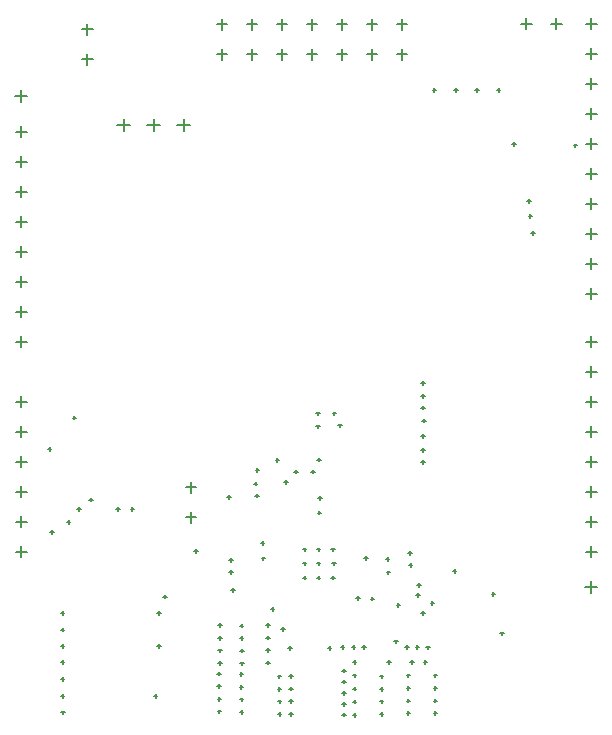
<source format=gbr>
%FSLAX44Y44*%
%MOMM*%
%SFA1B1*%

%IPPOS*%
%ADD132C,0.127000*%
G54D132*
X493099Y142999D02*
X502099D01*
X497599Y138499D02*
Y147499D01*
X493099Y168399D02*
X502099D01*
X497599Y163899D02*
Y172899D01*
X493099Y193799D02*
X502099D01*
X497599Y189299D02*
Y198299D01*
X493099Y219199D02*
X502099D01*
X497599Y214699D02*
Y223699D01*
X493099Y244599D02*
X502099D01*
X497599Y240099D02*
Y249099D01*
X493099Y269999D02*
X502099D01*
X497599Y265499D02*
Y274499D01*
X493099Y295399D02*
X502099D01*
X497599Y290899D02*
Y299899D01*
X493099Y320799D02*
X502099D01*
X497599Y316299D02*
Y325299D01*
X438099Y589999D02*
X447099D01*
X442599Y585499D02*
Y594499D01*
X463499Y589999D02*
X472499D01*
X467999Y585499D02*
Y594499D01*
X493099Y412199D02*
X502099D01*
X497599Y407699D02*
Y416699D01*
X493099Y589999D02*
X502099D01*
X497599Y585499D02*
Y594499D01*
X493099Y564599D02*
X502099D01*
X497599Y560099D02*
Y569099D01*
X493099Y539199D02*
X502099D01*
X497599Y534699D02*
Y543699D01*
X493099Y513799D02*
X502099D01*
X497599Y509299D02*
Y518299D01*
X493099Y488399D02*
X502099D01*
X497599Y483899D02*
Y492899D01*
X493099Y462999D02*
X502099D01*
X497599Y458499D02*
Y467499D01*
X493099Y437599D02*
X502099D01*
X497599Y433099D02*
Y442099D01*
X493099Y386799D02*
X502099D01*
X497599Y382299D02*
Y391299D01*
X493099Y361399D02*
X502099D01*
X497599Y356899D02*
Y365899D01*
X153999Y197499D02*
X162999D01*
X158499Y192999D02*
Y201999D01*
X153999Y172099D02*
X162999D01*
X158499Y167599D02*
Y176599D01*
X66499Y559849D02*
X75499D01*
X70999Y555349D02*
Y564349D01*
X66499Y585249D02*
X75499D01*
X70999Y580749D02*
Y589749D01*
X10499Y269999D02*
X19499D01*
X14999Y265499D02*
Y274499D01*
X10499Y244599D02*
X19499D01*
X14999Y240099D02*
Y249099D01*
X10499Y219199D02*
X19499D01*
X14999Y214699D02*
Y223699D01*
X10499Y193799D02*
X19499D01*
X14999Y189299D02*
Y198299D01*
X10499Y168399D02*
X19499D01*
X14999Y163899D02*
Y172899D01*
X10499Y142999D02*
X19499D01*
X14999Y138499D02*
Y147499D01*
X10499Y498599D02*
X19499D01*
X14999Y494099D02*
Y503099D01*
X10499Y473199D02*
X19499D01*
X14999Y468699D02*
Y477699D01*
X10499Y447799D02*
X19499D01*
X14999Y443299D02*
Y452299D01*
X10499Y422399D02*
X19499D01*
X14999Y417899D02*
Y426899D01*
X10499Y396999D02*
X19499D01*
X14999Y392499D02*
Y401499D01*
X10499Y371599D02*
X19499D01*
X14999Y367099D02*
Y376099D01*
X10499Y346199D02*
X19499D01*
X14999Y341699D02*
Y350699D01*
X10499Y320799D02*
X19499D01*
X14999Y316299D02*
Y325299D01*
X180499Y563999D02*
X189499D01*
X184999Y559499D02*
Y568499D01*
X180499Y589399D02*
X189499D01*
X184999Y584899D02*
Y593899D01*
X205899Y563999D02*
X214899D01*
X210399Y559499D02*
Y568499D01*
X205899Y589399D02*
X214899D01*
X210399Y584899D02*
Y593899D01*
X231299Y563999D02*
X240299D01*
X235799Y559499D02*
Y568499D01*
X231299Y589399D02*
X240299D01*
X235799Y584899D02*
Y593899D01*
X256699Y563999D02*
X265699D01*
X261199Y559499D02*
Y568499D01*
X256699Y589399D02*
X265699D01*
X261199Y584899D02*
Y593899D01*
X282099Y563999D02*
X291099D01*
X286599Y559499D02*
Y568499D01*
X282099Y589399D02*
X291099D01*
X286599Y584899D02*
Y593899D01*
X307499Y563999D02*
X316499D01*
X311999Y559499D02*
Y568499D01*
X307499Y589399D02*
X316499D01*
X311999Y584899D02*
Y593899D01*
X332899Y563999D02*
X341899D01*
X337399Y559499D02*
Y568499D01*
X332899Y589399D02*
X341899D01*
X337399Y584899D02*
Y593899D01*
X492519Y113249D02*
X502679D01*
X497599Y108169D02*
Y118329D01*
X9919Y528499D02*
X20079D01*
X14999Y523419D02*
Y533579D01*
X96399Y504499D02*
X106599D01*
X101499Y499399D02*
Y509599D01*
X121799Y504499D02*
X131999D01*
X126899Y499399D02*
Y509599D01*
X147199Y504499D02*
X157399D01*
X152299Y499399D02*
Y509599D01*
X58499Y256499D02*
X61499D01*
X59999Y254999D02*
Y257999D01*
X37499Y229999D02*
X40499D01*
X38999Y228499D02*
Y231499D01*
X353499Y218999D02*
X356499D01*
X354999Y217499D02*
Y220499D01*
X353499Y228999D02*
X356499D01*
X354999Y227499D02*
Y230499D01*
X354499Y254000D02*
X357499D01*
X355999Y252499D02*
Y255499D01*
X353499Y240999D02*
X356499D01*
X354999Y239499D02*
Y242499D01*
X363249Y533999D02*
X366249D01*
X364749Y532499D02*
Y535499D01*
X353499Y264999D02*
X356499D01*
X354999Y263499D02*
Y266499D01*
X353499Y274999D02*
X356499D01*
X354999Y273499D02*
Y276499D01*
X353499Y285999D02*
X356499D01*
X354999Y284499D02*
Y287499D01*
X417499Y533999D02*
X420499D01*
X418999Y532499D02*
Y535499D01*
X399416Y533999D02*
X402416D01*
X400916Y532499D02*
Y535499D01*
X381332Y533999D02*
X384332D01*
X382832Y532499D02*
Y535499D01*
X264499Y259999D02*
X267499D01*
X265999Y258499D02*
Y261499D01*
X264499Y248999D02*
X267499D01*
X265999Y247499D02*
Y250499D01*
X107499Y178999D02*
X110499D01*
X108999Y177499D02*
Y180499D01*
X444500Y426999D02*
X447499D01*
X445999Y425499D02*
Y428499D01*
X446499Y412999D02*
X449499D01*
X447999Y411499D02*
Y414499D01*
X283499Y249999D02*
X286499D01*
X284999Y248499D02*
Y251499D01*
X278499Y259999D02*
X281499D01*
X279999Y258499D02*
Y261499D01*
X72499Y186999D02*
X75499D01*
X73999Y185499D02*
Y188499D01*
X62499Y178999D02*
X65499D01*
X63999Y177499D02*
Y180499D01*
X53499Y167999D02*
X56499D01*
X54999Y166499D02*
Y169499D01*
X48499Y90999D02*
X51499D01*
X49999Y89499D02*
Y92499D01*
X48499Y76999D02*
X51499D01*
X49999Y75499D02*
Y78499D01*
X443499Y439999D02*
X446499D01*
X444999Y438499D02*
Y441499D01*
X48499Y63249D02*
X51499D01*
X49999Y61749D02*
Y64749D01*
X265499Y220999D02*
X268499D01*
X266999Y219499D02*
Y222499D01*
X95499Y178999D02*
X98499D01*
X96999Y177499D02*
Y180499D01*
X48499Y34999D02*
X51499D01*
X49999Y33499D02*
Y36499D01*
X482499Y486999D02*
X485499D01*
X483999Y485499D02*
Y488499D01*
X430499Y487999D02*
X433499D01*
X431999Y486499D02*
Y489499D01*
X298499Y103999D02*
X301499D01*
X299999Y102499D02*
Y105499D01*
X323624Y136999D02*
X326624D01*
X325124Y135499D02*
Y138499D01*
X260499Y210749D02*
X263499D01*
X261999Y209249D02*
Y212249D01*
X324749Y49499D02*
X327749D01*
X326249Y47999D02*
Y50999D01*
X339829Y62499D02*
X342829D01*
X341329Y60999D02*
Y63999D01*
X265749Y175999D02*
X268749D01*
X267249Y174499D02*
Y177499D01*
X230249Y220749D02*
X233249D01*
X231749Y219249D02*
Y222250D01*
X324249Y125499D02*
X327249D01*
X325749Y123999D02*
Y127000D01*
X342999Y131749D02*
X345999D01*
X344499Y130249D02*
Y133249D01*
X380249Y126499D02*
X383249D01*
X381749Y124999D02*
Y127999D01*
X211859Y200660D02*
X214859D01*
X213360Y199159D02*
Y202159D01*
X413249Y106999D02*
X416249D01*
X414749Y105499D02*
Y108499D01*
X192809Y110490D02*
X195809D01*
X194310Y108989D02*
Y111989D01*
X190999Y125999D02*
X193999D01*
X192499Y124499D02*
Y127499D01*
X190999Y135999D02*
X193999D01*
X192499Y134499D02*
Y137499D01*
X217749Y150499D02*
X220749D01*
X219249Y148999D02*
Y151999D01*
X218499Y137249D02*
X221499D01*
X219999Y135749D02*
Y138749D01*
X226249Y94499D02*
X229249D01*
X227749Y92999D02*
Y95999D01*
X235249Y77749D02*
X238249D01*
X236749Y76249D02*
Y79249D01*
X285499Y62249D02*
X288499D01*
X286999Y60749D02*
Y63749D01*
X303499Y62249D02*
X306499D01*
X304999Y60749D02*
Y63749D01*
X294749Y62249D02*
X297749D01*
X296249Y60749D02*
Y63749D01*
X266499Y188499D02*
X269499D01*
X267999Y186999D02*
Y189999D01*
X240999Y61249D02*
X243999D01*
X242499Y59749D02*
Y62749D01*
X274499Y61249D02*
X277499D01*
X275999Y59749D02*
Y62749D01*
X305499Y137499D02*
X308499D01*
X306999Y135999D02*
Y138999D01*
X318499Y16166D02*
X321499D01*
X319999Y14666D02*
Y17666D01*
X318499Y5499D02*
X321499D01*
X319999Y3999D02*
Y6999D01*
X318499Y26832D02*
X321499D01*
X319999Y25332D02*
Y28332D01*
X341249Y16916D02*
X344249D01*
X342749Y15416D02*
Y18416D01*
X363999Y6249D02*
X366999D01*
X365499Y4749D02*
Y7749D01*
X344319Y49499D02*
X347318D01*
X345819Y47999D02*
Y50999D01*
X355499Y49499D02*
X358499D01*
X356999Y47999D02*
Y50999D01*
X199999Y17916D02*
X202999D01*
X201499Y16416D02*
Y19416D01*
X199999Y7249D02*
X202999D01*
X201499Y5749D02*
Y8749D01*
X199749Y28582D02*
X202749D01*
X201249Y27082D02*
Y30082D01*
X199749Y39249D02*
X202749D01*
X201249Y37749D02*
Y40749D01*
X181249Y18416D02*
X184249D01*
X182749Y16916D02*
Y19916D01*
X181249Y7749D02*
X184249D01*
X182749Y6249D02*
Y9249D01*
X180999Y29083D02*
X183999D01*
X182499Y27582D02*
Y30582D01*
X180999Y39749D02*
X183999D01*
X182499Y38249D02*
Y41249D01*
X181749Y59416D02*
X184749D01*
X183249Y57916D02*
Y60916D01*
X181749Y48749D02*
X184749D01*
X183249Y47249D02*
Y50249D01*
X181499Y70082D02*
X184499D01*
X182999Y68582D02*
Y71582D01*
X181499Y80749D02*
X184499D01*
X182999Y79249D02*
Y82249D01*
X200249Y59166D02*
X203249D01*
X201749Y57666D02*
Y60666D01*
X200249Y48499D02*
X203249D01*
X201749Y46999D02*
Y49999D01*
X199999Y69832D02*
X202999D01*
X201499Y68332D02*
Y71332D01*
X199999Y80499D02*
X202999D01*
X201499Y78999D02*
Y81999D01*
X222499Y59666D02*
X225499D01*
X223999Y58166D02*
Y61166D01*
X222499Y48999D02*
X225499D01*
X223999Y47499D02*
Y50499D01*
X222250Y70332D02*
X225249D01*
X223749Y68832D02*
Y71832D01*
X222250Y80999D02*
X225249D01*
X223749Y79499D02*
Y82499D01*
X363999Y27582D02*
X366999D01*
X365499Y26082D02*
Y29083D01*
X341249Y27582D02*
X344249D01*
X342749Y26082D02*
Y29083D01*
X341249Y38249D02*
X344249D01*
X342749Y36749D02*
Y39749D01*
X363999Y38249D02*
X366999D01*
X365499Y36749D02*
Y39749D01*
X341249Y6249D02*
X344249D01*
X342749Y4749D02*
Y7749D01*
X363999Y16916D02*
X366999D01*
X365499Y15416D02*
Y18416D01*
X318499Y37499D02*
X321499D01*
X319999Y35999D02*
Y38999D01*
X48499Y20749D02*
X51499D01*
X49999Y19249D02*
Y22249D01*
X48749Y6999D02*
X51749D01*
X50249Y5499D02*
Y8499D01*
X48499Y49499D02*
X51499D01*
X49999Y47999D02*
Y50999D01*
X127249Y20749D02*
X130249D01*
X128749Y19249D02*
Y22249D01*
X39499Y159499D02*
X42499D01*
X40999Y157999D02*
Y160999D01*
X213129Y190500D02*
X216129D01*
X214630Y188999D02*
Y191999D01*
X246149Y210820D02*
X249149D01*
X247650Y209319D02*
Y212319D01*
X348829Y62249D02*
X351829D01*
X350329Y60749D02*
Y63749D01*
X357579Y61999D02*
X360579D01*
X359079Y60499D02*
Y63500D01*
X353499Y91249D02*
X356499D01*
X354999Y89749D02*
Y92749D01*
X310749Y103249D02*
X313749D01*
X312249Y101749D02*
Y104749D01*
X349259Y106139D02*
X352259D01*
X350759Y104639D02*
Y107639D01*
X332749Y97999D02*
X335749D01*
X334249Y96499D02*
Y99499D01*
X420499Y73749D02*
X423499D01*
X421999Y72249D02*
Y75249D01*
X330499Y66999D02*
X333499D01*
X331999Y65499D02*
Y68499D01*
X286499Y42249D02*
X289499D01*
X287999Y40749D02*
Y43749D01*
X286499Y32999D02*
X289499D01*
X287999Y31499D02*
Y34499D01*
X286499Y14249D02*
X289499D01*
X287999Y12749D02*
Y15749D01*
X286499Y4999D02*
X289499D01*
X287999Y3499D02*
Y6499D01*
X286499Y23499D02*
X289499D01*
X287999Y21999D02*
Y24999D01*
X295749Y4749D02*
X298749D01*
X297249Y3249D02*
Y6249D01*
X295749Y15999D02*
X298749D01*
X297249Y14499D02*
Y17499D01*
X295749Y26999D02*
X298749D01*
X297249Y25499D02*
Y28499D01*
X295749Y38249D02*
X298749D01*
X297249Y36749D02*
Y39749D01*
X295749Y49499D02*
X298749D01*
X297249Y47999D02*
Y50999D01*
X231999Y37499D02*
X234999D01*
X233499Y35999D02*
Y38999D01*
X241749Y37749D02*
X244749D01*
X243249Y36249D02*
Y39249D01*
X241749Y26999D02*
X244749D01*
X243249Y25499D02*
Y28499D01*
X231999Y26749D02*
X234999D01*
X233499Y25249D02*
Y28249D01*
X232249Y16249D02*
X235249D01*
X233749Y14749D02*
Y17749D01*
X241999Y16499D02*
X244999D01*
X243499Y14999D02*
Y17999D01*
X232249Y5499D02*
X235249D01*
X233749Y3999D02*
Y6999D01*
X241999Y5749D02*
X244999D01*
X243499Y4249D02*
Y7249D01*
X213289Y212249D02*
X216289D01*
X214789Y210749D02*
Y213749D01*
X130249Y91249D02*
X133249D01*
X131749Y89749D02*
Y92749D01*
X130249Y62999D02*
X133249D01*
X131749Y61499D02*
Y64499D01*
X161249Y143749D02*
X164249D01*
X162749Y142249D02*
Y145249D01*
X135250Y104998D02*
X138250D01*
X136750Y103498D02*
Y106498D01*
X342749Y141999D02*
X345749D01*
X344249Y140499D02*
Y143499D01*
X350249Y114999D02*
X353249D01*
X351749Y113499D02*
Y116499D01*
X237499Y201999D02*
X240499D01*
X238999Y200499D02*
Y203499D01*
X189249Y189499D02*
X192249D01*
X190749Y187999D02*
Y190999D01*
X361499Y99499D02*
X364499D01*
X362999Y97999D02*
Y100999D01*
X253249Y132999D02*
X256249D01*
X254749Y131499D02*
Y134499D01*
X265249Y144999D02*
X268249D01*
X266749Y143499D02*
Y146499D01*
X277249Y144999D02*
X280249D01*
X278749Y143499D02*
Y146499D01*
X265249Y132999D02*
X268249D01*
X266749Y131499D02*
Y134499D01*
X253249Y144999D02*
X256249D01*
X254749Y143499D02*
Y146499D01*
X278249Y132999D02*
X281249D01*
X279749Y131499D02*
Y134499D01*
X277249Y120999D02*
X280249D01*
X278749Y119499D02*
Y122499D01*
X253249Y120999D02*
X256249D01*
X254749Y119499D02*
Y122499D01*
X265249Y120999D02*
X268249D01*
X266749Y119499D02*
Y122499D01*
M02*
</source>
